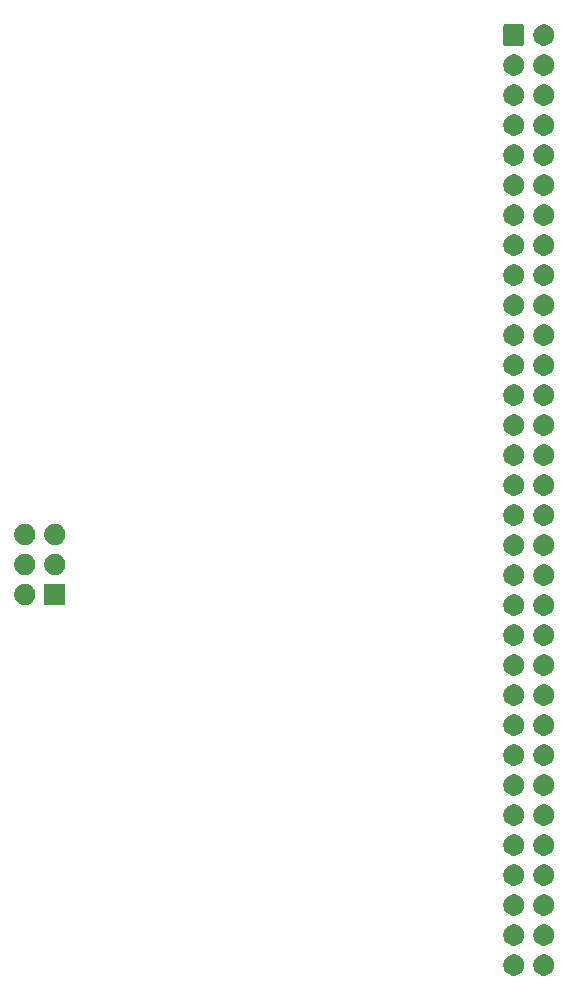
<source format=gbs>
G04 #@! TF.GenerationSoftware,KiCad,Pcbnew,5.1.6-c6e7f7d~86~ubuntu18.04.1*
G04 #@! TF.CreationDate,2020-07-07T21:11:44+12:00*
G04 #@! TF.ProjectId,M1 Control Card,4d312043-6f6e-4747-926f-6c2043617264,rev?*
G04 #@! TF.SameCoordinates,Original*
G04 #@! TF.FileFunction,Soldermask,Bot*
G04 #@! TF.FilePolarity,Negative*
%FSLAX46Y46*%
G04 Gerber Fmt 4.6, Leading zero omitted, Abs format (unit mm)*
G04 Created by KiCad (PCBNEW 5.1.6-c6e7f7d~86~ubuntu18.04.1) date 2020-07-07 21:11:44*
%MOMM*%
%LPD*%
G01*
G04 APERTURE LIST*
%ADD10C,0.100000*%
G04 APERTURE END LIST*
D10*
G36*
X176488512Y-128993927D02*
G01*
X176637812Y-129023624D01*
X176801784Y-129091544D01*
X176949354Y-129190147D01*
X177074853Y-129315646D01*
X177173456Y-129463216D01*
X177241376Y-129627188D01*
X177276000Y-129801259D01*
X177276000Y-129978741D01*
X177241376Y-130152812D01*
X177173456Y-130316784D01*
X177074853Y-130464354D01*
X176949354Y-130589853D01*
X176801784Y-130688456D01*
X176637812Y-130756376D01*
X176488512Y-130786073D01*
X176463742Y-130791000D01*
X176286258Y-130791000D01*
X176261488Y-130786073D01*
X176112188Y-130756376D01*
X175948216Y-130688456D01*
X175800646Y-130589853D01*
X175675147Y-130464354D01*
X175576544Y-130316784D01*
X175508624Y-130152812D01*
X175474000Y-129978741D01*
X175474000Y-129801259D01*
X175508624Y-129627188D01*
X175576544Y-129463216D01*
X175675147Y-129315646D01*
X175800646Y-129190147D01*
X175948216Y-129091544D01*
X176112188Y-129023624D01*
X176261488Y-128993927D01*
X176286258Y-128989000D01*
X176463742Y-128989000D01*
X176488512Y-128993927D01*
G37*
G36*
X173948512Y-128993927D02*
G01*
X174097812Y-129023624D01*
X174261784Y-129091544D01*
X174409354Y-129190147D01*
X174534853Y-129315646D01*
X174633456Y-129463216D01*
X174701376Y-129627188D01*
X174736000Y-129801259D01*
X174736000Y-129978741D01*
X174701376Y-130152812D01*
X174633456Y-130316784D01*
X174534853Y-130464354D01*
X174409354Y-130589853D01*
X174261784Y-130688456D01*
X174097812Y-130756376D01*
X173948512Y-130786073D01*
X173923742Y-130791000D01*
X173746258Y-130791000D01*
X173721488Y-130786073D01*
X173572188Y-130756376D01*
X173408216Y-130688456D01*
X173260646Y-130589853D01*
X173135147Y-130464354D01*
X173036544Y-130316784D01*
X172968624Y-130152812D01*
X172934000Y-129978741D01*
X172934000Y-129801259D01*
X172968624Y-129627188D01*
X173036544Y-129463216D01*
X173135147Y-129315646D01*
X173260646Y-129190147D01*
X173408216Y-129091544D01*
X173572188Y-129023624D01*
X173721488Y-128993927D01*
X173746258Y-128989000D01*
X173923742Y-128989000D01*
X173948512Y-128993927D01*
G37*
G36*
X176488512Y-126453927D02*
G01*
X176637812Y-126483624D01*
X176801784Y-126551544D01*
X176949354Y-126650147D01*
X177074853Y-126775646D01*
X177173456Y-126923216D01*
X177241376Y-127087188D01*
X177276000Y-127261259D01*
X177276000Y-127438741D01*
X177241376Y-127612812D01*
X177173456Y-127776784D01*
X177074853Y-127924354D01*
X176949354Y-128049853D01*
X176801784Y-128148456D01*
X176637812Y-128216376D01*
X176488512Y-128246073D01*
X176463742Y-128251000D01*
X176286258Y-128251000D01*
X176261488Y-128246073D01*
X176112188Y-128216376D01*
X175948216Y-128148456D01*
X175800646Y-128049853D01*
X175675147Y-127924354D01*
X175576544Y-127776784D01*
X175508624Y-127612812D01*
X175474000Y-127438741D01*
X175474000Y-127261259D01*
X175508624Y-127087188D01*
X175576544Y-126923216D01*
X175675147Y-126775646D01*
X175800646Y-126650147D01*
X175948216Y-126551544D01*
X176112188Y-126483624D01*
X176261488Y-126453927D01*
X176286258Y-126449000D01*
X176463742Y-126449000D01*
X176488512Y-126453927D01*
G37*
G36*
X173948512Y-126453927D02*
G01*
X174097812Y-126483624D01*
X174261784Y-126551544D01*
X174409354Y-126650147D01*
X174534853Y-126775646D01*
X174633456Y-126923216D01*
X174701376Y-127087188D01*
X174736000Y-127261259D01*
X174736000Y-127438741D01*
X174701376Y-127612812D01*
X174633456Y-127776784D01*
X174534853Y-127924354D01*
X174409354Y-128049853D01*
X174261784Y-128148456D01*
X174097812Y-128216376D01*
X173948512Y-128246073D01*
X173923742Y-128251000D01*
X173746258Y-128251000D01*
X173721488Y-128246073D01*
X173572188Y-128216376D01*
X173408216Y-128148456D01*
X173260646Y-128049853D01*
X173135147Y-127924354D01*
X173036544Y-127776784D01*
X172968624Y-127612812D01*
X172934000Y-127438741D01*
X172934000Y-127261259D01*
X172968624Y-127087188D01*
X173036544Y-126923216D01*
X173135147Y-126775646D01*
X173260646Y-126650147D01*
X173408216Y-126551544D01*
X173572188Y-126483624D01*
X173721488Y-126453927D01*
X173746258Y-126449000D01*
X173923742Y-126449000D01*
X173948512Y-126453927D01*
G37*
G36*
X173948512Y-123913927D02*
G01*
X174097812Y-123943624D01*
X174261784Y-124011544D01*
X174409354Y-124110147D01*
X174534853Y-124235646D01*
X174633456Y-124383216D01*
X174701376Y-124547188D01*
X174736000Y-124721259D01*
X174736000Y-124898741D01*
X174701376Y-125072812D01*
X174633456Y-125236784D01*
X174534853Y-125384354D01*
X174409354Y-125509853D01*
X174261784Y-125608456D01*
X174097812Y-125676376D01*
X173948512Y-125706073D01*
X173923742Y-125711000D01*
X173746258Y-125711000D01*
X173721488Y-125706073D01*
X173572188Y-125676376D01*
X173408216Y-125608456D01*
X173260646Y-125509853D01*
X173135147Y-125384354D01*
X173036544Y-125236784D01*
X172968624Y-125072812D01*
X172934000Y-124898741D01*
X172934000Y-124721259D01*
X172968624Y-124547188D01*
X173036544Y-124383216D01*
X173135147Y-124235646D01*
X173260646Y-124110147D01*
X173408216Y-124011544D01*
X173572188Y-123943624D01*
X173721488Y-123913927D01*
X173746258Y-123909000D01*
X173923742Y-123909000D01*
X173948512Y-123913927D01*
G37*
G36*
X176488512Y-123913927D02*
G01*
X176637812Y-123943624D01*
X176801784Y-124011544D01*
X176949354Y-124110147D01*
X177074853Y-124235646D01*
X177173456Y-124383216D01*
X177241376Y-124547188D01*
X177276000Y-124721259D01*
X177276000Y-124898741D01*
X177241376Y-125072812D01*
X177173456Y-125236784D01*
X177074853Y-125384354D01*
X176949354Y-125509853D01*
X176801784Y-125608456D01*
X176637812Y-125676376D01*
X176488512Y-125706073D01*
X176463742Y-125711000D01*
X176286258Y-125711000D01*
X176261488Y-125706073D01*
X176112188Y-125676376D01*
X175948216Y-125608456D01*
X175800646Y-125509853D01*
X175675147Y-125384354D01*
X175576544Y-125236784D01*
X175508624Y-125072812D01*
X175474000Y-124898741D01*
X175474000Y-124721259D01*
X175508624Y-124547188D01*
X175576544Y-124383216D01*
X175675147Y-124235646D01*
X175800646Y-124110147D01*
X175948216Y-124011544D01*
X176112188Y-123943624D01*
X176261488Y-123913927D01*
X176286258Y-123909000D01*
X176463742Y-123909000D01*
X176488512Y-123913927D01*
G37*
G36*
X176488512Y-121373927D02*
G01*
X176637812Y-121403624D01*
X176801784Y-121471544D01*
X176949354Y-121570147D01*
X177074853Y-121695646D01*
X177173456Y-121843216D01*
X177241376Y-122007188D01*
X177276000Y-122181259D01*
X177276000Y-122358741D01*
X177241376Y-122532812D01*
X177173456Y-122696784D01*
X177074853Y-122844354D01*
X176949354Y-122969853D01*
X176801784Y-123068456D01*
X176637812Y-123136376D01*
X176488512Y-123166073D01*
X176463742Y-123171000D01*
X176286258Y-123171000D01*
X176261488Y-123166073D01*
X176112188Y-123136376D01*
X175948216Y-123068456D01*
X175800646Y-122969853D01*
X175675147Y-122844354D01*
X175576544Y-122696784D01*
X175508624Y-122532812D01*
X175474000Y-122358741D01*
X175474000Y-122181259D01*
X175508624Y-122007188D01*
X175576544Y-121843216D01*
X175675147Y-121695646D01*
X175800646Y-121570147D01*
X175948216Y-121471544D01*
X176112188Y-121403624D01*
X176261488Y-121373927D01*
X176286258Y-121369000D01*
X176463742Y-121369000D01*
X176488512Y-121373927D01*
G37*
G36*
X173948512Y-121373927D02*
G01*
X174097812Y-121403624D01*
X174261784Y-121471544D01*
X174409354Y-121570147D01*
X174534853Y-121695646D01*
X174633456Y-121843216D01*
X174701376Y-122007188D01*
X174736000Y-122181259D01*
X174736000Y-122358741D01*
X174701376Y-122532812D01*
X174633456Y-122696784D01*
X174534853Y-122844354D01*
X174409354Y-122969853D01*
X174261784Y-123068456D01*
X174097812Y-123136376D01*
X173948512Y-123166073D01*
X173923742Y-123171000D01*
X173746258Y-123171000D01*
X173721488Y-123166073D01*
X173572188Y-123136376D01*
X173408216Y-123068456D01*
X173260646Y-122969853D01*
X173135147Y-122844354D01*
X173036544Y-122696784D01*
X172968624Y-122532812D01*
X172934000Y-122358741D01*
X172934000Y-122181259D01*
X172968624Y-122007188D01*
X173036544Y-121843216D01*
X173135147Y-121695646D01*
X173260646Y-121570147D01*
X173408216Y-121471544D01*
X173572188Y-121403624D01*
X173721488Y-121373927D01*
X173746258Y-121369000D01*
X173923742Y-121369000D01*
X173948512Y-121373927D01*
G37*
G36*
X173948512Y-118833927D02*
G01*
X174097812Y-118863624D01*
X174261784Y-118931544D01*
X174409354Y-119030147D01*
X174534853Y-119155646D01*
X174633456Y-119303216D01*
X174701376Y-119467188D01*
X174736000Y-119641259D01*
X174736000Y-119818741D01*
X174701376Y-119992812D01*
X174633456Y-120156784D01*
X174534853Y-120304354D01*
X174409354Y-120429853D01*
X174261784Y-120528456D01*
X174097812Y-120596376D01*
X173948512Y-120626073D01*
X173923742Y-120631000D01*
X173746258Y-120631000D01*
X173721488Y-120626073D01*
X173572188Y-120596376D01*
X173408216Y-120528456D01*
X173260646Y-120429853D01*
X173135147Y-120304354D01*
X173036544Y-120156784D01*
X172968624Y-119992812D01*
X172934000Y-119818741D01*
X172934000Y-119641259D01*
X172968624Y-119467188D01*
X173036544Y-119303216D01*
X173135147Y-119155646D01*
X173260646Y-119030147D01*
X173408216Y-118931544D01*
X173572188Y-118863624D01*
X173721488Y-118833927D01*
X173746258Y-118829000D01*
X173923742Y-118829000D01*
X173948512Y-118833927D01*
G37*
G36*
X176488512Y-118833927D02*
G01*
X176637812Y-118863624D01*
X176801784Y-118931544D01*
X176949354Y-119030147D01*
X177074853Y-119155646D01*
X177173456Y-119303216D01*
X177241376Y-119467188D01*
X177276000Y-119641259D01*
X177276000Y-119818741D01*
X177241376Y-119992812D01*
X177173456Y-120156784D01*
X177074853Y-120304354D01*
X176949354Y-120429853D01*
X176801784Y-120528456D01*
X176637812Y-120596376D01*
X176488512Y-120626073D01*
X176463742Y-120631000D01*
X176286258Y-120631000D01*
X176261488Y-120626073D01*
X176112188Y-120596376D01*
X175948216Y-120528456D01*
X175800646Y-120429853D01*
X175675147Y-120304354D01*
X175576544Y-120156784D01*
X175508624Y-119992812D01*
X175474000Y-119818741D01*
X175474000Y-119641259D01*
X175508624Y-119467188D01*
X175576544Y-119303216D01*
X175675147Y-119155646D01*
X175800646Y-119030147D01*
X175948216Y-118931544D01*
X176112188Y-118863624D01*
X176261488Y-118833927D01*
X176286258Y-118829000D01*
X176463742Y-118829000D01*
X176488512Y-118833927D01*
G37*
G36*
X176488512Y-116293927D02*
G01*
X176637812Y-116323624D01*
X176801784Y-116391544D01*
X176949354Y-116490147D01*
X177074853Y-116615646D01*
X177173456Y-116763216D01*
X177241376Y-116927188D01*
X177276000Y-117101259D01*
X177276000Y-117278741D01*
X177241376Y-117452812D01*
X177173456Y-117616784D01*
X177074853Y-117764354D01*
X176949354Y-117889853D01*
X176801784Y-117988456D01*
X176637812Y-118056376D01*
X176488512Y-118086073D01*
X176463742Y-118091000D01*
X176286258Y-118091000D01*
X176261488Y-118086073D01*
X176112188Y-118056376D01*
X175948216Y-117988456D01*
X175800646Y-117889853D01*
X175675147Y-117764354D01*
X175576544Y-117616784D01*
X175508624Y-117452812D01*
X175474000Y-117278741D01*
X175474000Y-117101259D01*
X175508624Y-116927188D01*
X175576544Y-116763216D01*
X175675147Y-116615646D01*
X175800646Y-116490147D01*
X175948216Y-116391544D01*
X176112188Y-116323624D01*
X176261488Y-116293927D01*
X176286258Y-116289000D01*
X176463742Y-116289000D01*
X176488512Y-116293927D01*
G37*
G36*
X173948512Y-116293927D02*
G01*
X174097812Y-116323624D01*
X174261784Y-116391544D01*
X174409354Y-116490147D01*
X174534853Y-116615646D01*
X174633456Y-116763216D01*
X174701376Y-116927188D01*
X174736000Y-117101259D01*
X174736000Y-117278741D01*
X174701376Y-117452812D01*
X174633456Y-117616784D01*
X174534853Y-117764354D01*
X174409354Y-117889853D01*
X174261784Y-117988456D01*
X174097812Y-118056376D01*
X173948512Y-118086073D01*
X173923742Y-118091000D01*
X173746258Y-118091000D01*
X173721488Y-118086073D01*
X173572188Y-118056376D01*
X173408216Y-117988456D01*
X173260646Y-117889853D01*
X173135147Y-117764354D01*
X173036544Y-117616784D01*
X172968624Y-117452812D01*
X172934000Y-117278741D01*
X172934000Y-117101259D01*
X172968624Y-116927188D01*
X173036544Y-116763216D01*
X173135147Y-116615646D01*
X173260646Y-116490147D01*
X173408216Y-116391544D01*
X173572188Y-116323624D01*
X173721488Y-116293927D01*
X173746258Y-116289000D01*
X173923742Y-116289000D01*
X173948512Y-116293927D01*
G37*
G36*
X173948512Y-113753927D02*
G01*
X174097812Y-113783624D01*
X174261784Y-113851544D01*
X174409354Y-113950147D01*
X174534853Y-114075646D01*
X174633456Y-114223216D01*
X174701376Y-114387188D01*
X174736000Y-114561259D01*
X174736000Y-114738741D01*
X174701376Y-114912812D01*
X174633456Y-115076784D01*
X174534853Y-115224354D01*
X174409354Y-115349853D01*
X174261784Y-115448456D01*
X174097812Y-115516376D01*
X173948512Y-115546073D01*
X173923742Y-115551000D01*
X173746258Y-115551000D01*
X173721488Y-115546073D01*
X173572188Y-115516376D01*
X173408216Y-115448456D01*
X173260646Y-115349853D01*
X173135147Y-115224354D01*
X173036544Y-115076784D01*
X172968624Y-114912812D01*
X172934000Y-114738741D01*
X172934000Y-114561259D01*
X172968624Y-114387188D01*
X173036544Y-114223216D01*
X173135147Y-114075646D01*
X173260646Y-113950147D01*
X173408216Y-113851544D01*
X173572188Y-113783624D01*
X173721488Y-113753927D01*
X173746258Y-113749000D01*
X173923742Y-113749000D01*
X173948512Y-113753927D01*
G37*
G36*
X176488512Y-113753927D02*
G01*
X176637812Y-113783624D01*
X176801784Y-113851544D01*
X176949354Y-113950147D01*
X177074853Y-114075646D01*
X177173456Y-114223216D01*
X177241376Y-114387188D01*
X177276000Y-114561259D01*
X177276000Y-114738741D01*
X177241376Y-114912812D01*
X177173456Y-115076784D01*
X177074853Y-115224354D01*
X176949354Y-115349853D01*
X176801784Y-115448456D01*
X176637812Y-115516376D01*
X176488512Y-115546073D01*
X176463742Y-115551000D01*
X176286258Y-115551000D01*
X176261488Y-115546073D01*
X176112188Y-115516376D01*
X175948216Y-115448456D01*
X175800646Y-115349853D01*
X175675147Y-115224354D01*
X175576544Y-115076784D01*
X175508624Y-114912812D01*
X175474000Y-114738741D01*
X175474000Y-114561259D01*
X175508624Y-114387188D01*
X175576544Y-114223216D01*
X175675147Y-114075646D01*
X175800646Y-113950147D01*
X175948216Y-113851544D01*
X176112188Y-113783624D01*
X176261488Y-113753927D01*
X176286258Y-113749000D01*
X176463742Y-113749000D01*
X176488512Y-113753927D01*
G37*
G36*
X173948512Y-111213927D02*
G01*
X174097812Y-111243624D01*
X174261784Y-111311544D01*
X174409354Y-111410147D01*
X174534853Y-111535646D01*
X174633456Y-111683216D01*
X174701376Y-111847188D01*
X174736000Y-112021259D01*
X174736000Y-112198741D01*
X174701376Y-112372812D01*
X174633456Y-112536784D01*
X174534853Y-112684354D01*
X174409354Y-112809853D01*
X174261784Y-112908456D01*
X174097812Y-112976376D01*
X173948512Y-113006073D01*
X173923742Y-113011000D01*
X173746258Y-113011000D01*
X173721488Y-113006073D01*
X173572188Y-112976376D01*
X173408216Y-112908456D01*
X173260646Y-112809853D01*
X173135147Y-112684354D01*
X173036544Y-112536784D01*
X172968624Y-112372812D01*
X172934000Y-112198741D01*
X172934000Y-112021259D01*
X172968624Y-111847188D01*
X173036544Y-111683216D01*
X173135147Y-111535646D01*
X173260646Y-111410147D01*
X173408216Y-111311544D01*
X173572188Y-111243624D01*
X173721488Y-111213927D01*
X173746258Y-111209000D01*
X173923742Y-111209000D01*
X173948512Y-111213927D01*
G37*
G36*
X176488512Y-111213927D02*
G01*
X176637812Y-111243624D01*
X176801784Y-111311544D01*
X176949354Y-111410147D01*
X177074853Y-111535646D01*
X177173456Y-111683216D01*
X177241376Y-111847188D01*
X177276000Y-112021259D01*
X177276000Y-112198741D01*
X177241376Y-112372812D01*
X177173456Y-112536784D01*
X177074853Y-112684354D01*
X176949354Y-112809853D01*
X176801784Y-112908456D01*
X176637812Y-112976376D01*
X176488512Y-113006073D01*
X176463742Y-113011000D01*
X176286258Y-113011000D01*
X176261488Y-113006073D01*
X176112188Y-112976376D01*
X175948216Y-112908456D01*
X175800646Y-112809853D01*
X175675147Y-112684354D01*
X175576544Y-112536784D01*
X175508624Y-112372812D01*
X175474000Y-112198741D01*
X175474000Y-112021259D01*
X175508624Y-111847188D01*
X175576544Y-111683216D01*
X175675147Y-111535646D01*
X175800646Y-111410147D01*
X175948216Y-111311544D01*
X176112188Y-111243624D01*
X176261488Y-111213927D01*
X176286258Y-111209000D01*
X176463742Y-111209000D01*
X176488512Y-111213927D01*
G37*
G36*
X173948512Y-108673927D02*
G01*
X174097812Y-108703624D01*
X174261784Y-108771544D01*
X174409354Y-108870147D01*
X174534853Y-108995646D01*
X174633456Y-109143216D01*
X174701376Y-109307188D01*
X174736000Y-109481259D01*
X174736000Y-109658741D01*
X174701376Y-109832812D01*
X174633456Y-109996784D01*
X174534853Y-110144354D01*
X174409354Y-110269853D01*
X174261784Y-110368456D01*
X174097812Y-110436376D01*
X173948512Y-110466073D01*
X173923742Y-110471000D01*
X173746258Y-110471000D01*
X173721488Y-110466073D01*
X173572188Y-110436376D01*
X173408216Y-110368456D01*
X173260646Y-110269853D01*
X173135147Y-110144354D01*
X173036544Y-109996784D01*
X172968624Y-109832812D01*
X172934000Y-109658741D01*
X172934000Y-109481259D01*
X172968624Y-109307188D01*
X173036544Y-109143216D01*
X173135147Y-108995646D01*
X173260646Y-108870147D01*
X173408216Y-108771544D01*
X173572188Y-108703624D01*
X173721488Y-108673927D01*
X173746258Y-108669000D01*
X173923742Y-108669000D01*
X173948512Y-108673927D01*
G37*
G36*
X176488512Y-108673927D02*
G01*
X176637812Y-108703624D01*
X176801784Y-108771544D01*
X176949354Y-108870147D01*
X177074853Y-108995646D01*
X177173456Y-109143216D01*
X177241376Y-109307188D01*
X177276000Y-109481259D01*
X177276000Y-109658741D01*
X177241376Y-109832812D01*
X177173456Y-109996784D01*
X177074853Y-110144354D01*
X176949354Y-110269853D01*
X176801784Y-110368456D01*
X176637812Y-110436376D01*
X176488512Y-110466073D01*
X176463742Y-110471000D01*
X176286258Y-110471000D01*
X176261488Y-110466073D01*
X176112188Y-110436376D01*
X175948216Y-110368456D01*
X175800646Y-110269853D01*
X175675147Y-110144354D01*
X175576544Y-109996784D01*
X175508624Y-109832812D01*
X175474000Y-109658741D01*
X175474000Y-109481259D01*
X175508624Y-109307188D01*
X175576544Y-109143216D01*
X175675147Y-108995646D01*
X175800646Y-108870147D01*
X175948216Y-108771544D01*
X176112188Y-108703624D01*
X176261488Y-108673927D01*
X176286258Y-108669000D01*
X176463742Y-108669000D01*
X176488512Y-108673927D01*
G37*
G36*
X176488512Y-106133927D02*
G01*
X176637812Y-106163624D01*
X176801784Y-106231544D01*
X176949354Y-106330147D01*
X177074853Y-106455646D01*
X177173456Y-106603216D01*
X177241376Y-106767188D01*
X177276000Y-106941259D01*
X177276000Y-107118741D01*
X177241376Y-107292812D01*
X177173456Y-107456784D01*
X177074853Y-107604354D01*
X176949354Y-107729853D01*
X176801784Y-107828456D01*
X176637812Y-107896376D01*
X176488512Y-107926073D01*
X176463742Y-107931000D01*
X176286258Y-107931000D01*
X176261488Y-107926073D01*
X176112188Y-107896376D01*
X175948216Y-107828456D01*
X175800646Y-107729853D01*
X175675147Y-107604354D01*
X175576544Y-107456784D01*
X175508624Y-107292812D01*
X175474000Y-107118741D01*
X175474000Y-106941259D01*
X175508624Y-106767188D01*
X175576544Y-106603216D01*
X175675147Y-106455646D01*
X175800646Y-106330147D01*
X175948216Y-106231544D01*
X176112188Y-106163624D01*
X176261488Y-106133927D01*
X176286258Y-106129000D01*
X176463742Y-106129000D01*
X176488512Y-106133927D01*
G37*
G36*
X173948512Y-106133927D02*
G01*
X174097812Y-106163624D01*
X174261784Y-106231544D01*
X174409354Y-106330147D01*
X174534853Y-106455646D01*
X174633456Y-106603216D01*
X174701376Y-106767188D01*
X174736000Y-106941259D01*
X174736000Y-107118741D01*
X174701376Y-107292812D01*
X174633456Y-107456784D01*
X174534853Y-107604354D01*
X174409354Y-107729853D01*
X174261784Y-107828456D01*
X174097812Y-107896376D01*
X173948512Y-107926073D01*
X173923742Y-107931000D01*
X173746258Y-107931000D01*
X173721488Y-107926073D01*
X173572188Y-107896376D01*
X173408216Y-107828456D01*
X173260646Y-107729853D01*
X173135147Y-107604354D01*
X173036544Y-107456784D01*
X172968624Y-107292812D01*
X172934000Y-107118741D01*
X172934000Y-106941259D01*
X172968624Y-106767188D01*
X173036544Y-106603216D01*
X173135147Y-106455646D01*
X173260646Y-106330147D01*
X173408216Y-106231544D01*
X173572188Y-106163624D01*
X173721488Y-106133927D01*
X173746258Y-106129000D01*
X173923742Y-106129000D01*
X173948512Y-106133927D01*
G37*
G36*
X176488512Y-103593927D02*
G01*
X176637812Y-103623624D01*
X176801784Y-103691544D01*
X176949354Y-103790147D01*
X177074853Y-103915646D01*
X177173456Y-104063216D01*
X177241376Y-104227188D01*
X177276000Y-104401259D01*
X177276000Y-104578741D01*
X177241376Y-104752812D01*
X177173456Y-104916784D01*
X177074853Y-105064354D01*
X176949354Y-105189853D01*
X176801784Y-105288456D01*
X176637812Y-105356376D01*
X176488512Y-105386073D01*
X176463742Y-105391000D01*
X176286258Y-105391000D01*
X176261488Y-105386073D01*
X176112188Y-105356376D01*
X175948216Y-105288456D01*
X175800646Y-105189853D01*
X175675147Y-105064354D01*
X175576544Y-104916784D01*
X175508624Y-104752812D01*
X175474000Y-104578741D01*
X175474000Y-104401259D01*
X175508624Y-104227188D01*
X175576544Y-104063216D01*
X175675147Y-103915646D01*
X175800646Y-103790147D01*
X175948216Y-103691544D01*
X176112188Y-103623624D01*
X176261488Y-103593927D01*
X176286258Y-103589000D01*
X176463742Y-103589000D01*
X176488512Y-103593927D01*
G37*
G36*
X173948512Y-103593927D02*
G01*
X174097812Y-103623624D01*
X174261784Y-103691544D01*
X174409354Y-103790147D01*
X174534853Y-103915646D01*
X174633456Y-104063216D01*
X174701376Y-104227188D01*
X174736000Y-104401259D01*
X174736000Y-104578741D01*
X174701376Y-104752812D01*
X174633456Y-104916784D01*
X174534853Y-105064354D01*
X174409354Y-105189853D01*
X174261784Y-105288456D01*
X174097812Y-105356376D01*
X173948512Y-105386073D01*
X173923742Y-105391000D01*
X173746258Y-105391000D01*
X173721488Y-105386073D01*
X173572188Y-105356376D01*
X173408216Y-105288456D01*
X173260646Y-105189853D01*
X173135147Y-105064354D01*
X173036544Y-104916784D01*
X172968624Y-104752812D01*
X172934000Y-104578741D01*
X172934000Y-104401259D01*
X172968624Y-104227188D01*
X173036544Y-104063216D01*
X173135147Y-103915646D01*
X173260646Y-103790147D01*
X173408216Y-103691544D01*
X173572188Y-103623624D01*
X173721488Y-103593927D01*
X173746258Y-103589000D01*
X173923742Y-103589000D01*
X173948512Y-103593927D01*
G37*
G36*
X173948512Y-101053927D02*
G01*
X174097812Y-101083624D01*
X174261784Y-101151544D01*
X174409354Y-101250147D01*
X174534853Y-101375646D01*
X174633456Y-101523216D01*
X174701376Y-101687188D01*
X174736000Y-101861259D01*
X174736000Y-102038741D01*
X174701376Y-102212812D01*
X174633456Y-102376784D01*
X174534853Y-102524354D01*
X174409354Y-102649853D01*
X174261784Y-102748456D01*
X174097812Y-102816376D01*
X173948512Y-102846073D01*
X173923742Y-102851000D01*
X173746258Y-102851000D01*
X173721488Y-102846073D01*
X173572188Y-102816376D01*
X173408216Y-102748456D01*
X173260646Y-102649853D01*
X173135147Y-102524354D01*
X173036544Y-102376784D01*
X172968624Y-102212812D01*
X172934000Y-102038741D01*
X172934000Y-101861259D01*
X172968624Y-101687188D01*
X173036544Y-101523216D01*
X173135147Y-101375646D01*
X173260646Y-101250147D01*
X173408216Y-101151544D01*
X173572188Y-101083624D01*
X173721488Y-101053927D01*
X173746258Y-101049000D01*
X173923742Y-101049000D01*
X173948512Y-101053927D01*
G37*
G36*
X176488512Y-101053927D02*
G01*
X176637812Y-101083624D01*
X176801784Y-101151544D01*
X176949354Y-101250147D01*
X177074853Y-101375646D01*
X177173456Y-101523216D01*
X177241376Y-101687188D01*
X177276000Y-101861259D01*
X177276000Y-102038741D01*
X177241376Y-102212812D01*
X177173456Y-102376784D01*
X177074853Y-102524354D01*
X176949354Y-102649853D01*
X176801784Y-102748456D01*
X176637812Y-102816376D01*
X176488512Y-102846073D01*
X176463742Y-102851000D01*
X176286258Y-102851000D01*
X176261488Y-102846073D01*
X176112188Y-102816376D01*
X175948216Y-102748456D01*
X175800646Y-102649853D01*
X175675147Y-102524354D01*
X175576544Y-102376784D01*
X175508624Y-102212812D01*
X175474000Y-102038741D01*
X175474000Y-101861259D01*
X175508624Y-101687188D01*
X175576544Y-101523216D01*
X175675147Y-101375646D01*
X175800646Y-101250147D01*
X175948216Y-101151544D01*
X176112188Y-101083624D01*
X176261488Y-101053927D01*
X176286258Y-101049000D01*
X176463742Y-101049000D01*
X176488512Y-101053927D01*
G37*
G36*
X173948512Y-98513927D02*
G01*
X174097812Y-98543624D01*
X174261784Y-98611544D01*
X174409354Y-98710147D01*
X174534853Y-98835646D01*
X174633456Y-98983216D01*
X174701376Y-99147188D01*
X174731073Y-99296488D01*
X174735642Y-99319456D01*
X174736000Y-99321259D01*
X174736000Y-99498741D01*
X174701376Y-99672812D01*
X174633456Y-99836784D01*
X174534853Y-99984354D01*
X174409354Y-100109853D01*
X174261784Y-100208456D01*
X174097812Y-100276376D01*
X173948512Y-100306073D01*
X173923742Y-100311000D01*
X173746258Y-100311000D01*
X173721488Y-100306073D01*
X173572188Y-100276376D01*
X173408216Y-100208456D01*
X173260646Y-100109853D01*
X173135147Y-99984354D01*
X173036544Y-99836784D01*
X172968624Y-99672812D01*
X172934000Y-99498741D01*
X172934000Y-99321259D01*
X172934359Y-99319456D01*
X172938927Y-99296488D01*
X172968624Y-99147188D01*
X173036544Y-98983216D01*
X173135147Y-98835646D01*
X173260646Y-98710147D01*
X173408216Y-98611544D01*
X173572188Y-98543624D01*
X173721488Y-98513927D01*
X173746258Y-98509000D01*
X173923742Y-98509000D01*
X173948512Y-98513927D01*
G37*
G36*
X176488512Y-98513927D02*
G01*
X176637812Y-98543624D01*
X176801784Y-98611544D01*
X176949354Y-98710147D01*
X177074853Y-98835646D01*
X177173456Y-98983216D01*
X177241376Y-99147188D01*
X177271073Y-99296488D01*
X177275642Y-99319456D01*
X177276000Y-99321259D01*
X177276000Y-99498741D01*
X177241376Y-99672812D01*
X177173456Y-99836784D01*
X177074853Y-99984354D01*
X176949354Y-100109853D01*
X176801784Y-100208456D01*
X176637812Y-100276376D01*
X176488512Y-100306073D01*
X176463742Y-100311000D01*
X176286258Y-100311000D01*
X176261488Y-100306073D01*
X176112188Y-100276376D01*
X175948216Y-100208456D01*
X175800646Y-100109853D01*
X175675147Y-99984354D01*
X175576544Y-99836784D01*
X175508624Y-99672812D01*
X175474000Y-99498741D01*
X175474000Y-99321259D01*
X175474359Y-99319456D01*
X175478927Y-99296488D01*
X175508624Y-99147188D01*
X175576544Y-98983216D01*
X175675147Y-98835646D01*
X175800646Y-98710147D01*
X175948216Y-98611544D01*
X176112188Y-98543624D01*
X176261488Y-98513927D01*
X176286258Y-98509000D01*
X176463742Y-98509000D01*
X176488512Y-98513927D01*
G37*
G36*
X135873000Y-99422000D02*
G01*
X134071000Y-99422000D01*
X134071000Y-97620000D01*
X135873000Y-97620000D01*
X135873000Y-99422000D01*
G37*
G36*
X132545512Y-97624927D02*
G01*
X132694812Y-97654624D01*
X132858784Y-97722544D01*
X133006354Y-97821147D01*
X133131853Y-97946646D01*
X133230456Y-98094216D01*
X133298376Y-98258188D01*
X133328073Y-98407488D01*
X133333000Y-98432258D01*
X133333000Y-98609742D01*
X133328073Y-98634512D01*
X133298376Y-98783812D01*
X133230456Y-98947784D01*
X133131853Y-99095354D01*
X133006354Y-99220853D01*
X132858784Y-99319456D01*
X132694812Y-99387376D01*
X132545512Y-99417073D01*
X132520742Y-99422000D01*
X132343258Y-99422000D01*
X132318488Y-99417073D01*
X132169188Y-99387376D01*
X132005216Y-99319456D01*
X131857646Y-99220853D01*
X131732147Y-99095354D01*
X131633544Y-98947784D01*
X131565624Y-98783812D01*
X131535927Y-98634512D01*
X131531000Y-98609742D01*
X131531000Y-98432258D01*
X131535927Y-98407488D01*
X131565624Y-98258188D01*
X131633544Y-98094216D01*
X131732147Y-97946646D01*
X131857646Y-97821147D01*
X132005216Y-97722544D01*
X132169188Y-97654624D01*
X132318488Y-97624927D01*
X132343258Y-97620000D01*
X132520742Y-97620000D01*
X132545512Y-97624927D01*
G37*
G36*
X176488512Y-95973927D02*
G01*
X176637812Y-96003624D01*
X176801784Y-96071544D01*
X176949354Y-96170147D01*
X177074853Y-96295646D01*
X177173456Y-96443216D01*
X177241376Y-96607188D01*
X177271073Y-96756488D01*
X177275642Y-96779456D01*
X177276000Y-96781259D01*
X177276000Y-96958741D01*
X177241376Y-97132812D01*
X177173456Y-97296784D01*
X177074853Y-97444354D01*
X176949354Y-97569853D01*
X176801784Y-97668456D01*
X176637812Y-97736376D01*
X176488512Y-97766073D01*
X176463742Y-97771000D01*
X176286258Y-97771000D01*
X176261488Y-97766073D01*
X176112188Y-97736376D01*
X175948216Y-97668456D01*
X175800646Y-97569853D01*
X175675147Y-97444354D01*
X175576544Y-97296784D01*
X175508624Y-97132812D01*
X175474000Y-96958741D01*
X175474000Y-96781259D01*
X175474359Y-96779456D01*
X175478927Y-96756488D01*
X175508624Y-96607188D01*
X175576544Y-96443216D01*
X175675147Y-96295646D01*
X175800646Y-96170147D01*
X175948216Y-96071544D01*
X176112188Y-96003624D01*
X176261488Y-95973927D01*
X176286258Y-95969000D01*
X176463742Y-95969000D01*
X176488512Y-95973927D01*
G37*
G36*
X173948512Y-95973927D02*
G01*
X174097812Y-96003624D01*
X174261784Y-96071544D01*
X174409354Y-96170147D01*
X174534853Y-96295646D01*
X174633456Y-96443216D01*
X174701376Y-96607188D01*
X174731073Y-96756488D01*
X174735642Y-96779456D01*
X174736000Y-96781259D01*
X174736000Y-96958741D01*
X174701376Y-97132812D01*
X174633456Y-97296784D01*
X174534853Y-97444354D01*
X174409354Y-97569853D01*
X174261784Y-97668456D01*
X174097812Y-97736376D01*
X173948512Y-97766073D01*
X173923742Y-97771000D01*
X173746258Y-97771000D01*
X173721488Y-97766073D01*
X173572188Y-97736376D01*
X173408216Y-97668456D01*
X173260646Y-97569853D01*
X173135147Y-97444354D01*
X173036544Y-97296784D01*
X172968624Y-97132812D01*
X172934000Y-96958741D01*
X172934000Y-96781259D01*
X172934359Y-96779456D01*
X172938927Y-96756488D01*
X172968624Y-96607188D01*
X173036544Y-96443216D01*
X173135147Y-96295646D01*
X173260646Y-96170147D01*
X173408216Y-96071544D01*
X173572188Y-96003624D01*
X173721488Y-95973927D01*
X173746258Y-95969000D01*
X173923742Y-95969000D01*
X173948512Y-95973927D01*
G37*
G36*
X135085512Y-95084927D02*
G01*
X135234812Y-95114624D01*
X135398784Y-95182544D01*
X135546354Y-95281147D01*
X135671853Y-95406646D01*
X135770456Y-95554216D01*
X135838376Y-95718188D01*
X135868073Y-95867488D01*
X135873000Y-95892258D01*
X135873000Y-96069742D01*
X135868073Y-96094512D01*
X135838376Y-96243812D01*
X135770456Y-96407784D01*
X135671853Y-96555354D01*
X135546354Y-96680853D01*
X135398784Y-96779456D01*
X135234812Y-96847376D01*
X135085512Y-96877073D01*
X135060742Y-96882000D01*
X134883258Y-96882000D01*
X134858488Y-96877073D01*
X134709188Y-96847376D01*
X134545216Y-96779456D01*
X134397646Y-96680853D01*
X134272147Y-96555354D01*
X134173544Y-96407784D01*
X134105624Y-96243812D01*
X134075927Y-96094512D01*
X134071000Y-96069742D01*
X134071000Y-95892258D01*
X134075927Y-95867488D01*
X134105624Y-95718188D01*
X134173544Y-95554216D01*
X134272147Y-95406646D01*
X134397646Y-95281147D01*
X134545216Y-95182544D01*
X134709188Y-95114624D01*
X134858488Y-95084927D01*
X134883258Y-95080000D01*
X135060742Y-95080000D01*
X135085512Y-95084927D01*
G37*
G36*
X132545512Y-95084927D02*
G01*
X132694812Y-95114624D01*
X132858784Y-95182544D01*
X133006354Y-95281147D01*
X133131853Y-95406646D01*
X133230456Y-95554216D01*
X133298376Y-95718188D01*
X133328073Y-95867488D01*
X133333000Y-95892258D01*
X133333000Y-96069742D01*
X133328073Y-96094512D01*
X133298376Y-96243812D01*
X133230456Y-96407784D01*
X133131853Y-96555354D01*
X133006354Y-96680853D01*
X132858784Y-96779456D01*
X132694812Y-96847376D01*
X132545512Y-96877073D01*
X132520742Y-96882000D01*
X132343258Y-96882000D01*
X132318488Y-96877073D01*
X132169188Y-96847376D01*
X132005216Y-96779456D01*
X131857646Y-96680853D01*
X131732147Y-96555354D01*
X131633544Y-96407784D01*
X131565624Y-96243812D01*
X131535927Y-96094512D01*
X131531000Y-96069742D01*
X131531000Y-95892258D01*
X131535927Y-95867488D01*
X131565624Y-95718188D01*
X131633544Y-95554216D01*
X131732147Y-95406646D01*
X131857646Y-95281147D01*
X132005216Y-95182544D01*
X132169188Y-95114624D01*
X132318488Y-95084927D01*
X132343258Y-95080000D01*
X132520742Y-95080000D01*
X132545512Y-95084927D01*
G37*
G36*
X173948512Y-93433927D02*
G01*
X174097812Y-93463624D01*
X174261784Y-93531544D01*
X174409354Y-93630147D01*
X174534853Y-93755646D01*
X174633456Y-93903216D01*
X174701376Y-94067188D01*
X174731073Y-94216488D01*
X174735642Y-94239456D01*
X174736000Y-94241259D01*
X174736000Y-94418741D01*
X174701376Y-94592812D01*
X174633456Y-94756784D01*
X174534853Y-94904354D01*
X174409354Y-95029853D01*
X174261784Y-95128456D01*
X174097812Y-95196376D01*
X173948512Y-95226073D01*
X173923742Y-95231000D01*
X173746258Y-95231000D01*
X173721488Y-95226073D01*
X173572188Y-95196376D01*
X173408216Y-95128456D01*
X173260646Y-95029853D01*
X173135147Y-94904354D01*
X173036544Y-94756784D01*
X172968624Y-94592812D01*
X172934000Y-94418741D01*
X172934000Y-94241259D01*
X172934359Y-94239456D01*
X172938927Y-94216488D01*
X172968624Y-94067188D01*
X173036544Y-93903216D01*
X173135147Y-93755646D01*
X173260646Y-93630147D01*
X173408216Y-93531544D01*
X173572188Y-93463624D01*
X173721488Y-93433927D01*
X173746258Y-93429000D01*
X173923742Y-93429000D01*
X173948512Y-93433927D01*
G37*
G36*
X176488512Y-93433927D02*
G01*
X176637812Y-93463624D01*
X176801784Y-93531544D01*
X176949354Y-93630147D01*
X177074853Y-93755646D01*
X177173456Y-93903216D01*
X177241376Y-94067188D01*
X177271073Y-94216488D01*
X177275642Y-94239456D01*
X177276000Y-94241259D01*
X177276000Y-94418741D01*
X177241376Y-94592812D01*
X177173456Y-94756784D01*
X177074853Y-94904354D01*
X176949354Y-95029853D01*
X176801784Y-95128456D01*
X176637812Y-95196376D01*
X176488512Y-95226073D01*
X176463742Y-95231000D01*
X176286258Y-95231000D01*
X176261488Y-95226073D01*
X176112188Y-95196376D01*
X175948216Y-95128456D01*
X175800646Y-95029853D01*
X175675147Y-94904354D01*
X175576544Y-94756784D01*
X175508624Y-94592812D01*
X175474000Y-94418741D01*
X175474000Y-94241259D01*
X175474359Y-94239456D01*
X175478927Y-94216488D01*
X175508624Y-94067188D01*
X175576544Y-93903216D01*
X175675147Y-93755646D01*
X175800646Y-93630147D01*
X175948216Y-93531544D01*
X176112188Y-93463624D01*
X176261488Y-93433927D01*
X176286258Y-93429000D01*
X176463742Y-93429000D01*
X176488512Y-93433927D01*
G37*
G36*
X132545512Y-92544927D02*
G01*
X132694812Y-92574624D01*
X132858784Y-92642544D01*
X133006354Y-92741147D01*
X133131853Y-92866646D01*
X133230456Y-93014216D01*
X133298376Y-93178188D01*
X133328073Y-93327488D01*
X133333000Y-93352258D01*
X133333000Y-93529742D01*
X133328073Y-93554512D01*
X133298376Y-93703812D01*
X133230456Y-93867784D01*
X133131853Y-94015354D01*
X133006354Y-94140853D01*
X132858784Y-94239456D01*
X132694812Y-94307376D01*
X132545512Y-94337073D01*
X132520742Y-94342000D01*
X132343258Y-94342000D01*
X132318488Y-94337073D01*
X132169188Y-94307376D01*
X132005216Y-94239456D01*
X131857646Y-94140853D01*
X131732147Y-94015354D01*
X131633544Y-93867784D01*
X131565624Y-93703812D01*
X131535927Y-93554512D01*
X131531000Y-93529742D01*
X131531000Y-93352258D01*
X131535927Y-93327488D01*
X131565624Y-93178188D01*
X131633544Y-93014216D01*
X131732147Y-92866646D01*
X131857646Y-92741147D01*
X132005216Y-92642544D01*
X132169188Y-92574624D01*
X132318488Y-92544927D01*
X132343258Y-92540000D01*
X132520742Y-92540000D01*
X132545512Y-92544927D01*
G37*
G36*
X135085512Y-92544927D02*
G01*
X135234812Y-92574624D01*
X135398784Y-92642544D01*
X135546354Y-92741147D01*
X135671853Y-92866646D01*
X135770456Y-93014216D01*
X135838376Y-93178188D01*
X135868073Y-93327488D01*
X135873000Y-93352258D01*
X135873000Y-93529742D01*
X135868073Y-93554512D01*
X135838376Y-93703812D01*
X135770456Y-93867784D01*
X135671853Y-94015354D01*
X135546354Y-94140853D01*
X135398784Y-94239456D01*
X135234812Y-94307376D01*
X135085512Y-94337073D01*
X135060742Y-94342000D01*
X134883258Y-94342000D01*
X134858488Y-94337073D01*
X134709188Y-94307376D01*
X134545216Y-94239456D01*
X134397646Y-94140853D01*
X134272147Y-94015354D01*
X134173544Y-93867784D01*
X134105624Y-93703812D01*
X134075927Y-93554512D01*
X134071000Y-93529742D01*
X134071000Y-93352258D01*
X134075927Y-93327488D01*
X134105624Y-93178188D01*
X134173544Y-93014216D01*
X134272147Y-92866646D01*
X134397646Y-92741147D01*
X134545216Y-92642544D01*
X134709188Y-92574624D01*
X134858488Y-92544927D01*
X134883258Y-92540000D01*
X135060742Y-92540000D01*
X135085512Y-92544927D01*
G37*
G36*
X176488512Y-90893927D02*
G01*
X176637812Y-90923624D01*
X176801784Y-90991544D01*
X176949354Y-91090147D01*
X177074853Y-91215646D01*
X177173456Y-91363216D01*
X177241376Y-91527188D01*
X177276000Y-91701259D01*
X177276000Y-91878741D01*
X177241376Y-92052812D01*
X177173456Y-92216784D01*
X177074853Y-92364354D01*
X176949354Y-92489853D01*
X176801784Y-92588456D01*
X176637812Y-92656376D01*
X176488512Y-92686073D01*
X176463742Y-92691000D01*
X176286258Y-92691000D01*
X176261488Y-92686073D01*
X176112188Y-92656376D01*
X175948216Y-92588456D01*
X175800646Y-92489853D01*
X175675147Y-92364354D01*
X175576544Y-92216784D01*
X175508624Y-92052812D01*
X175474000Y-91878741D01*
X175474000Y-91701259D01*
X175508624Y-91527188D01*
X175576544Y-91363216D01*
X175675147Y-91215646D01*
X175800646Y-91090147D01*
X175948216Y-90991544D01*
X176112188Y-90923624D01*
X176261488Y-90893927D01*
X176286258Y-90889000D01*
X176463742Y-90889000D01*
X176488512Y-90893927D01*
G37*
G36*
X173948512Y-90893927D02*
G01*
X174097812Y-90923624D01*
X174261784Y-90991544D01*
X174409354Y-91090147D01*
X174534853Y-91215646D01*
X174633456Y-91363216D01*
X174701376Y-91527188D01*
X174736000Y-91701259D01*
X174736000Y-91878741D01*
X174701376Y-92052812D01*
X174633456Y-92216784D01*
X174534853Y-92364354D01*
X174409354Y-92489853D01*
X174261784Y-92588456D01*
X174097812Y-92656376D01*
X173948512Y-92686073D01*
X173923742Y-92691000D01*
X173746258Y-92691000D01*
X173721488Y-92686073D01*
X173572188Y-92656376D01*
X173408216Y-92588456D01*
X173260646Y-92489853D01*
X173135147Y-92364354D01*
X173036544Y-92216784D01*
X172968624Y-92052812D01*
X172934000Y-91878741D01*
X172934000Y-91701259D01*
X172968624Y-91527188D01*
X173036544Y-91363216D01*
X173135147Y-91215646D01*
X173260646Y-91090147D01*
X173408216Y-90991544D01*
X173572188Y-90923624D01*
X173721488Y-90893927D01*
X173746258Y-90889000D01*
X173923742Y-90889000D01*
X173948512Y-90893927D01*
G37*
G36*
X176488512Y-88353927D02*
G01*
X176637812Y-88383624D01*
X176801784Y-88451544D01*
X176949354Y-88550147D01*
X177074853Y-88675646D01*
X177173456Y-88823216D01*
X177241376Y-88987188D01*
X177276000Y-89161259D01*
X177276000Y-89338741D01*
X177241376Y-89512812D01*
X177173456Y-89676784D01*
X177074853Y-89824354D01*
X176949354Y-89949853D01*
X176801784Y-90048456D01*
X176637812Y-90116376D01*
X176488512Y-90146073D01*
X176463742Y-90151000D01*
X176286258Y-90151000D01*
X176261488Y-90146073D01*
X176112188Y-90116376D01*
X175948216Y-90048456D01*
X175800646Y-89949853D01*
X175675147Y-89824354D01*
X175576544Y-89676784D01*
X175508624Y-89512812D01*
X175474000Y-89338741D01*
X175474000Y-89161259D01*
X175508624Y-88987188D01*
X175576544Y-88823216D01*
X175675147Y-88675646D01*
X175800646Y-88550147D01*
X175948216Y-88451544D01*
X176112188Y-88383624D01*
X176261488Y-88353927D01*
X176286258Y-88349000D01*
X176463742Y-88349000D01*
X176488512Y-88353927D01*
G37*
G36*
X173948512Y-88353927D02*
G01*
X174097812Y-88383624D01*
X174261784Y-88451544D01*
X174409354Y-88550147D01*
X174534853Y-88675646D01*
X174633456Y-88823216D01*
X174701376Y-88987188D01*
X174736000Y-89161259D01*
X174736000Y-89338741D01*
X174701376Y-89512812D01*
X174633456Y-89676784D01*
X174534853Y-89824354D01*
X174409354Y-89949853D01*
X174261784Y-90048456D01*
X174097812Y-90116376D01*
X173948512Y-90146073D01*
X173923742Y-90151000D01*
X173746258Y-90151000D01*
X173721488Y-90146073D01*
X173572188Y-90116376D01*
X173408216Y-90048456D01*
X173260646Y-89949853D01*
X173135147Y-89824354D01*
X173036544Y-89676784D01*
X172968624Y-89512812D01*
X172934000Y-89338741D01*
X172934000Y-89161259D01*
X172968624Y-88987188D01*
X173036544Y-88823216D01*
X173135147Y-88675646D01*
X173260646Y-88550147D01*
X173408216Y-88451544D01*
X173572188Y-88383624D01*
X173721488Y-88353927D01*
X173746258Y-88349000D01*
X173923742Y-88349000D01*
X173948512Y-88353927D01*
G37*
G36*
X173948512Y-85813927D02*
G01*
X174097812Y-85843624D01*
X174261784Y-85911544D01*
X174409354Y-86010147D01*
X174534853Y-86135646D01*
X174633456Y-86283216D01*
X174701376Y-86447188D01*
X174736000Y-86621259D01*
X174736000Y-86798741D01*
X174701376Y-86972812D01*
X174633456Y-87136784D01*
X174534853Y-87284354D01*
X174409354Y-87409853D01*
X174261784Y-87508456D01*
X174097812Y-87576376D01*
X173948512Y-87606073D01*
X173923742Y-87611000D01*
X173746258Y-87611000D01*
X173721488Y-87606073D01*
X173572188Y-87576376D01*
X173408216Y-87508456D01*
X173260646Y-87409853D01*
X173135147Y-87284354D01*
X173036544Y-87136784D01*
X172968624Y-86972812D01*
X172934000Y-86798741D01*
X172934000Y-86621259D01*
X172968624Y-86447188D01*
X173036544Y-86283216D01*
X173135147Y-86135646D01*
X173260646Y-86010147D01*
X173408216Y-85911544D01*
X173572188Y-85843624D01*
X173721488Y-85813927D01*
X173746258Y-85809000D01*
X173923742Y-85809000D01*
X173948512Y-85813927D01*
G37*
G36*
X176488512Y-85813927D02*
G01*
X176637812Y-85843624D01*
X176801784Y-85911544D01*
X176949354Y-86010147D01*
X177074853Y-86135646D01*
X177173456Y-86283216D01*
X177241376Y-86447188D01*
X177276000Y-86621259D01*
X177276000Y-86798741D01*
X177241376Y-86972812D01*
X177173456Y-87136784D01*
X177074853Y-87284354D01*
X176949354Y-87409853D01*
X176801784Y-87508456D01*
X176637812Y-87576376D01*
X176488512Y-87606073D01*
X176463742Y-87611000D01*
X176286258Y-87611000D01*
X176261488Y-87606073D01*
X176112188Y-87576376D01*
X175948216Y-87508456D01*
X175800646Y-87409853D01*
X175675147Y-87284354D01*
X175576544Y-87136784D01*
X175508624Y-86972812D01*
X175474000Y-86798741D01*
X175474000Y-86621259D01*
X175508624Y-86447188D01*
X175576544Y-86283216D01*
X175675147Y-86135646D01*
X175800646Y-86010147D01*
X175948216Y-85911544D01*
X176112188Y-85843624D01*
X176261488Y-85813927D01*
X176286258Y-85809000D01*
X176463742Y-85809000D01*
X176488512Y-85813927D01*
G37*
G36*
X173948512Y-83273927D02*
G01*
X174097812Y-83303624D01*
X174261784Y-83371544D01*
X174409354Y-83470147D01*
X174534853Y-83595646D01*
X174633456Y-83743216D01*
X174701376Y-83907188D01*
X174736000Y-84081259D01*
X174736000Y-84258741D01*
X174701376Y-84432812D01*
X174633456Y-84596784D01*
X174534853Y-84744354D01*
X174409354Y-84869853D01*
X174261784Y-84968456D01*
X174097812Y-85036376D01*
X173948512Y-85066073D01*
X173923742Y-85071000D01*
X173746258Y-85071000D01*
X173721488Y-85066073D01*
X173572188Y-85036376D01*
X173408216Y-84968456D01*
X173260646Y-84869853D01*
X173135147Y-84744354D01*
X173036544Y-84596784D01*
X172968624Y-84432812D01*
X172934000Y-84258741D01*
X172934000Y-84081259D01*
X172968624Y-83907188D01*
X173036544Y-83743216D01*
X173135147Y-83595646D01*
X173260646Y-83470147D01*
X173408216Y-83371544D01*
X173572188Y-83303624D01*
X173721488Y-83273927D01*
X173746258Y-83269000D01*
X173923742Y-83269000D01*
X173948512Y-83273927D01*
G37*
G36*
X176488512Y-83273927D02*
G01*
X176637812Y-83303624D01*
X176801784Y-83371544D01*
X176949354Y-83470147D01*
X177074853Y-83595646D01*
X177173456Y-83743216D01*
X177241376Y-83907188D01*
X177276000Y-84081259D01*
X177276000Y-84258741D01*
X177241376Y-84432812D01*
X177173456Y-84596784D01*
X177074853Y-84744354D01*
X176949354Y-84869853D01*
X176801784Y-84968456D01*
X176637812Y-85036376D01*
X176488512Y-85066073D01*
X176463742Y-85071000D01*
X176286258Y-85071000D01*
X176261488Y-85066073D01*
X176112188Y-85036376D01*
X175948216Y-84968456D01*
X175800646Y-84869853D01*
X175675147Y-84744354D01*
X175576544Y-84596784D01*
X175508624Y-84432812D01*
X175474000Y-84258741D01*
X175474000Y-84081259D01*
X175508624Y-83907188D01*
X175576544Y-83743216D01*
X175675147Y-83595646D01*
X175800646Y-83470147D01*
X175948216Y-83371544D01*
X176112188Y-83303624D01*
X176261488Y-83273927D01*
X176286258Y-83269000D01*
X176463742Y-83269000D01*
X176488512Y-83273927D01*
G37*
G36*
X173948512Y-80733927D02*
G01*
X174097812Y-80763624D01*
X174261784Y-80831544D01*
X174409354Y-80930147D01*
X174534853Y-81055646D01*
X174633456Y-81203216D01*
X174701376Y-81367188D01*
X174736000Y-81541259D01*
X174736000Y-81718741D01*
X174701376Y-81892812D01*
X174633456Y-82056784D01*
X174534853Y-82204354D01*
X174409354Y-82329853D01*
X174261784Y-82428456D01*
X174097812Y-82496376D01*
X173948512Y-82526073D01*
X173923742Y-82531000D01*
X173746258Y-82531000D01*
X173721488Y-82526073D01*
X173572188Y-82496376D01*
X173408216Y-82428456D01*
X173260646Y-82329853D01*
X173135147Y-82204354D01*
X173036544Y-82056784D01*
X172968624Y-81892812D01*
X172934000Y-81718741D01*
X172934000Y-81541259D01*
X172968624Y-81367188D01*
X173036544Y-81203216D01*
X173135147Y-81055646D01*
X173260646Y-80930147D01*
X173408216Y-80831544D01*
X173572188Y-80763624D01*
X173721488Y-80733927D01*
X173746258Y-80729000D01*
X173923742Y-80729000D01*
X173948512Y-80733927D01*
G37*
G36*
X176488512Y-80733927D02*
G01*
X176637812Y-80763624D01*
X176801784Y-80831544D01*
X176949354Y-80930147D01*
X177074853Y-81055646D01*
X177173456Y-81203216D01*
X177241376Y-81367188D01*
X177276000Y-81541259D01*
X177276000Y-81718741D01*
X177241376Y-81892812D01*
X177173456Y-82056784D01*
X177074853Y-82204354D01*
X176949354Y-82329853D01*
X176801784Y-82428456D01*
X176637812Y-82496376D01*
X176488512Y-82526073D01*
X176463742Y-82531000D01*
X176286258Y-82531000D01*
X176261488Y-82526073D01*
X176112188Y-82496376D01*
X175948216Y-82428456D01*
X175800646Y-82329853D01*
X175675147Y-82204354D01*
X175576544Y-82056784D01*
X175508624Y-81892812D01*
X175474000Y-81718741D01*
X175474000Y-81541259D01*
X175508624Y-81367188D01*
X175576544Y-81203216D01*
X175675147Y-81055646D01*
X175800646Y-80930147D01*
X175948216Y-80831544D01*
X176112188Y-80763624D01*
X176261488Y-80733927D01*
X176286258Y-80729000D01*
X176463742Y-80729000D01*
X176488512Y-80733927D01*
G37*
G36*
X173948512Y-78193927D02*
G01*
X174097812Y-78223624D01*
X174261784Y-78291544D01*
X174409354Y-78390147D01*
X174534853Y-78515646D01*
X174633456Y-78663216D01*
X174701376Y-78827188D01*
X174736000Y-79001259D01*
X174736000Y-79178741D01*
X174701376Y-79352812D01*
X174633456Y-79516784D01*
X174534853Y-79664354D01*
X174409354Y-79789853D01*
X174261784Y-79888456D01*
X174097812Y-79956376D01*
X173948512Y-79986073D01*
X173923742Y-79991000D01*
X173746258Y-79991000D01*
X173721488Y-79986073D01*
X173572188Y-79956376D01*
X173408216Y-79888456D01*
X173260646Y-79789853D01*
X173135147Y-79664354D01*
X173036544Y-79516784D01*
X172968624Y-79352812D01*
X172934000Y-79178741D01*
X172934000Y-79001259D01*
X172968624Y-78827188D01*
X173036544Y-78663216D01*
X173135147Y-78515646D01*
X173260646Y-78390147D01*
X173408216Y-78291544D01*
X173572188Y-78223624D01*
X173721488Y-78193927D01*
X173746258Y-78189000D01*
X173923742Y-78189000D01*
X173948512Y-78193927D01*
G37*
G36*
X176488512Y-78193927D02*
G01*
X176637812Y-78223624D01*
X176801784Y-78291544D01*
X176949354Y-78390147D01*
X177074853Y-78515646D01*
X177173456Y-78663216D01*
X177241376Y-78827188D01*
X177276000Y-79001259D01*
X177276000Y-79178741D01*
X177241376Y-79352812D01*
X177173456Y-79516784D01*
X177074853Y-79664354D01*
X176949354Y-79789853D01*
X176801784Y-79888456D01*
X176637812Y-79956376D01*
X176488512Y-79986073D01*
X176463742Y-79991000D01*
X176286258Y-79991000D01*
X176261488Y-79986073D01*
X176112188Y-79956376D01*
X175948216Y-79888456D01*
X175800646Y-79789853D01*
X175675147Y-79664354D01*
X175576544Y-79516784D01*
X175508624Y-79352812D01*
X175474000Y-79178741D01*
X175474000Y-79001259D01*
X175508624Y-78827188D01*
X175576544Y-78663216D01*
X175675147Y-78515646D01*
X175800646Y-78390147D01*
X175948216Y-78291544D01*
X176112188Y-78223624D01*
X176261488Y-78193927D01*
X176286258Y-78189000D01*
X176463742Y-78189000D01*
X176488512Y-78193927D01*
G37*
G36*
X173948512Y-75653927D02*
G01*
X174097812Y-75683624D01*
X174261784Y-75751544D01*
X174409354Y-75850147D01*
X174534853Y-75975646D01*
X174633456Y-76123216D01*
X174701376Y-76287188D01*
X174736000Y-76461259D01*
X174736000Y-76638741D01*
X174701376Y-76812812D01*
X174633456Y-76976784D01*
X174534853Y-77124354D01*
X174409354Y-77249853D01*
X174261784Y-77348456D01*
X174097812Y-77416376D01*
X173948512Y-77446073D01*
X173923742Y-77451000D01*
X173746258Y-77451000D01*
X173721488Y-77446073D01*
X173572188Y-77416376D01*
X173408216Y-77348456D01*
X173260646Y-77249853D01*
X173135147Y-77124354D01*
X173036544Y-76976784D01*
X172968624Y-76812812D01*
X172934000Y-76638741D01*
X172934000Y-76461259D01*
X172968624Y-76287188D01*
X173036544Y-76123216D01*
X173135147Y-75975646D01*
X173260646Y-75850147D01*
X173408216Y-75751544D01*
X173572188Y-75683624D01*
X173721488Y-75653927D01*
X173746258Y-75649000D01*
X173923742Y-75649000D01*
X173948512Y-75653927D01*
G37*
G36*
X176488512Y-75653927D02*
G01*
X176637812Y-75683624D01*
X176801784Y-75751544D01*
X176949354Y-75850147D01*
X177074853Y-75975646D01*
X177173456Y-76123216D01*
X177241376Y-76287188D01*
X177276000Y-76461259D01*
X177276000Y-76638741D01*
X177241376Y-76812812D01*
X177173456Y-76976784D01*
X177074853Y-77124354D01*
X176949354Y-77249853D01*
X176801784Y-77348456D01*
X176637812Y-77416376D01*
X176488512Y-77446073D01*
X176463742Y-77451000D01*
X176286258Y-77451000D01*
X176261488Y-77446073D01*
X176112188Y-77416376D01*
X175948216Y-77348456D01*
X175800646Y-77249853D01*
X175675147Y-77124354D01*
X175576544Y-76976784D01*
X175508624Y-76812812D01*
X175474000Y-76638741D01*
X175474000Y-76461259D01*
X175508624Y-76287188D01*
X175576544Y-76123216D01*
X175675147Y-75975646D01*
X175800646Y-75850147D01*
X175948216Y-75751544D01*
X176112188Y-75683624D01*
X176261488Y-75653927D01*
X176286258Y-75649000D01*
X176463742Y-75649000D01*
X176488512Y-75653927D01*
G37*
G36*
X176488512Y-73113927D02*
G01*
X176637812Y-73143624D01*
X176801784Y-73211544D01*
X176949354Y-73310147D01*
X177074853Y-73435646D01*
X177173456Y-73583216D01*
X177241376Y-73747188D01*
X177276000Y-73921259D01*
X177276000Y-74098741D01*
X177241376Y-74272812D01*
X177173456Y-74436784D01*
X177074853Y-74584354D01*
X176949354Y-74709853D01*
X176801784Y-74808456D01*
X176637812Y-74876376D01*
X176488512Y-74906073D01*
X176463742Y-74911000D01*
X176286258Y-74911000D01*
X176261488Y-74906073D01*
X176112188Y-74876376D01*
X175948216Y-74808456D01*
X175800646Y-74709853D01*
X175675147Y-74584354D01*
X175576544Y-74436784D01*
X175508624Y-74272812D01*
X175474000Y-74098741D01*
X175474000Y-73921259D01*
X175508624Y-73747188D01*
X175576544Y-73583216D01*
X175675147Y-73435646D01*
X175800646Y-73310147D01*
X175948216Y-73211544D01*
X176112188Y-73143624D01*
X176261488Y-73113927D01*
X176286258Y-73109000D01*
X176463742Y-73109000D01*
X176488512Y-73113927D01*
G37*
G36*
X173948512Y-73113927D02*
G01*
X174097812Y-73143624D01*
X174261784Y-73211544D01*
X174409354Y-73310147D01*
X174534853Y-73435646D01*
X174633456Y-73583216D01*
X174701376Y-73747188D01*
X174736000Y-73921259D01*
X174736000Y-74098741D01*
X174701376Y-74272812D01*
X174633456Y-74436784D01*
X174534853Y-74584354D01*
X174409354Y-74709853D01*
X174261784Y-74808456D01*
X174097812Y-74876376D01*
X173948512Y-74906073D01*
X173923742Y-74911000D01*
X173746258Y-74911000D01*
X173721488Y-74906073D01*
X173572188Y-74876376D01*
X173408216Y-74808456D01*
X173260646Y-74709853D01*
X173135147Y-74584354D01*
X173036544Y-74436784D01*
X172968624Y-74272812D01*
X172934000Y-74098741D01*
X172934000Y-73921259D01*
X172968624Y-73747188D01*
X173036544Y-73583216D01*
X173135147Y-73435646D01*
X173260646Y-73310147D01*
X173408216Y-73211544D01*
X173572188Y-73143624D01*
X173721488Y-73113927D01*
X173746258Y-73109000D01*
X173923742Y-73109000D01*
X173948512Y-73113927D01*
G37*
G36*
X176488512Y-70573927D02*
G01*
X176637812Y-70603624D01*
X176801784Y-70671544D01*
X176949354Y-70770147D01*
X177074853Y-70895646D01*
X177173456Y-71043216D01*
X177241376Y-71207188D01*
X177276000Y-71381259D01*
X177276000Y-71558741D01*
X177241376Y-71732812D01*
X177173456Y-71896784D01*
X177074853Y-72044354D01*
X176949354Y-72169853D01*
X176801784Y-72268456D01*
X176637812Y-72336376D01*
X176488512Y-72366073D01*
X176463742Y-72371000D01*
X176286258Y-72371000D01*
X176261488Y-72366073D01*
X176112188Y-72336376D01*
X175948216Y-72268456D01*
X175800646Y-72169853D01*
X175675147Y-72044354D01*
X175576544Y-71896784D01*
X175508624Y-71732812D01*
X175474000Y-71558741D01*
X175474000Y-71381259D01*
X175508624Y-71207188D01*
X175576544Y-71043216D01*
X175675147Y-70895646D01*
X175800646Y-70770147D01*
X175948216Y-70671544D01*
X176112188Y-70603624D01*
X176261488Y-70573927D01*
X176286258Y-70569000D01*
X176463742Y-70569000D01*
X176488512Y-70573927D01*
G37*
G36*
X173948512Y-70573927D02*
G01*
X174097812Y-70603624D01*
X174261784Y-70671544D01*
X174409354Y-70770147D01*
X174534853Y-70895646D01*
X174633456Y-71043216D01*
X174701376Y-71207188D01*
X174736000Y-71381259D01*
X174736000Y-71558741D01*
X174701376Y-71732812D01*
X174633456Y-71896784D01*
X174534853Y-72044354D01*
X174409354Y-72169853D01*
X174261784Y-72268456D01*
X174097812Y-72336376D01*
X173948512Y-72366073D01*
X173923742Y-72371000D01*
X173746258Y-72371000D01*
X173721488Y-72366073D01*
X173572188Y-72336376D01*
X173408216Y-72268456D01*
X173260646Y-72169853D01*
X173135147Y-72044354D01*
X173036544Y-71896784D01*
X172968624Y-71732812D01*
X172934000Y-71558741D01*
X172934000Y-71381259D01*
X172968624Y-71207188D01*
X173036544Y-71043216D01*
X173135147Y-70895646D01*
X173260646Y-70770147D01*
X173408216Y-70671544D01*
X173572188Y-70603624D01*
X173721488Y-70573927D01*
X173746258Y-70569000D01*
X173923742Y-70569000D01*
X173948512Y-70573927D01*
G37*
G36*
X173948512Y-68033927D02*
G01*
X174097812Y-68063624D01*
X174261784Y-68131544D01*
X174409354Y-68230147D01*
X174534853Y-68355646D01*
X174633456Y-68503216D01*
X174701376Y-68667188D01*
X174736000Y-68841259D01*
X174736000Y-69018741D01*
X174701376Y-69192812D01*
X174633456Y-69356784D01*
X174534853Y-69504354D01*
X174409354Y-69629853D01*
X174261784Y-69728456D01*
X174097812Y-69796376D01*
X173948512Y-69826073D01*
X173923742Y-69831000D01*
X173746258Y-69831000D01*
X173721488Y-69826073D01*
X173572188Y-69796376D01*
X173408216Y-69728456D01*
X173260646Y-69629853D01*
X173135147Y-69504354D01*
X173036544Y-69356784D01*
X172968624Y-69192812D01*
X172934000Y-69018741D01*
X172934000Y-68841259D01*
X172968624Y-68667188D01*
X173036544Y-68503216D01*
X173135147Y-68355646D01*
X173260646Y-68230147D01*
X173408216Y-68131544D01*
X173572188Y-68063624D01*
X173721488Y-68033927D01*
X173746258Y-68029000D01*
X173923742Y-68029000D01*
X173948512Y-68033927D01*
G37*
G36*
X176488512Y-68033927D02*
G01*
X176637812Y-68063624D01*
X176801784Y-68131544D01*
X176949354Y-68230147D01*
X177074853Y-68355646D01*
X177173456Y-68503216D01*
X177241376Y-68667188D01*
X177276000Y-68841259D01*
X177276000Y-69018741D01*
X177241376Y-69192812D01*
X177173456Y-69356784D01*
X177074853Y-69504354D01*
X176949354Y-69629853D01*
X176801784Y-69728456D01*
X176637812Y-69796376D01*
X176488512Y-69826073D01*
X176463742Y-69831000D01*
X176286258Y-69831000D01*
X176261488Y-69826073D01*
X176112188Y-69796376D01*
X175948216Y-69728456D01*
X175800646Y-69629853D01*
X175675147Y-69504354D01*
X175576544Y-69356784D01*
X175508624Y-69192812D01*
X175474000Y-69018741D01*
X175474000Y-68841259D01*
X175508624Y-68667188D01*
X175576544Y-68503216D01*
X175675147Y-68355646D01*
X175800646Y-68230147D01*
X175948216Y-68131544D01*
X176112188Y-68063624D01*
X176261488Y-68033927D01*
X176286258Y-68029000D01*
X176463742Y-68029000D01*
X176488512Y-68033927D01*
G37*
G36*
X176488512Y-65493927D02*
G01*
X176637812Y-65523624D01*
X176801784Y-65591544D01*
X176949354Y-65690147D01*
X177074853Y-65815646D01*
X177173456Y-65963216D01*
X177241376Y-66127188D01*
X177276000Y-66301259D01*
X177276000Y-66478741D01*
X177241376Y-66652812D01*
X177173456Y-66816784D01*
X177074853Y-66964354D01*
X176949354Y-67089853D01*
X176801784Y-67188456D01*
X176637812Y-67256376D01*
X176488512Y-67286073D01*
X176463742Y-67291000D01*
X176286258Y-67291000D01*
X176261488Y-67286073D01*
X176112188Y-67256376D01*
X175948216Y-67188456D01*
X175800646Y-67089853D01*
X175675147Y-66964354D01*
X175576544Y-66816784D01*
X175508624Y-66652812D01*
X175474000Y-66478741D01*
X175474000Y-66301259D01*
X175508624Y-66127188D01*
X175576544Y-65963216D01*
X175675147Y-65815646D01*
X175800646Y-65690147D01*
X175948216Y-65591544D01*
X176112188Y-65523624D01*
X176261488Y-65493927D01*
X176286258Y-65489000D01*
X176463742Y-65489000D01*
X176488512Y-65493927D01*
G37*
G36*
X173948512Y-65493927D02*
G01*
X174097812Y-65523624D01*
X174261784Y-65591544D01*
X174409354Y-65690147D01*
X174534853Y-65815646D01*
X174633456Y-65963216D01*
X174701376Y-66127188D01*
X174736000Y-66301259D01*
X174736000Y-66478741D01*
X174701376Y-66652812D01*
X174633456Y-66816784D01*
X174534853Y-66964354D01*
X174409354Y-67089853D01*
X174261784Y-67188456D01*
X174097812Y-67256376D01*
X173948512Y-67286073D01*
X173923742Y-67291000D01*
X173746258Y-67291000D01*
X173721488Y-67286073D01*
X173572188Y-67256376D01*
X173408216Y-67188456D01*
X173260646Y-67089853D01*
X173135147Y-66964354D01*
X173036544Y-66816784D01*
X172968624Y-66652812D01*
X172934000Y-66478741D01*
X172934000Y-66301259D01*
X172968624Y-66127188D01*
X173036544Y-65963216D01*
X173135147Y-65815646D01*
X173260646Y-65690147D01*
X173408216Y-65591544D01*
X173572188Y-65523624D01*
X173721488Y-65493927D01*
X173746258Y-65489000D01*
X173923742Y-65489000D01*
X173948512Y-65493927D01*
G37*
G36*
X176488512Y-62953927D02*
G01*
X176637812Y-62983624D01*
X176801784Y-63051544D01*
X176949354Y-63150147D01*
X177074853Y-63275646D01*
X177173456Y-63423216D01*
X177241376Y-63587188D01*
X177276000Y-63761259D01*
X177276000Y-63938741D01*
X177241376Y-64112812D01*
X177173456Y-64276784D01*
X177074853Y-64424354D01*
X176949354Y-64549853D01*
X176801784Y-64648456D01*
X176637812Y-64716376D01*
X176488512Y-64746073D01*
X176463742Y-64751000D01*
X176286258Y-64751000D01*
X176261488Y-64746073D01*
X176112188Y-64716376D01*
X175948216Y-64648456D01*
X175800646Y-64549853D01*
X175675147Y-64424354D01*
X175576544Y-64276784D01*
X175508624Y-64112812D01*
X175474000Y-63938741D01*
X175474000Y-63761259D01*
X175508624Y-63587188D01*
X175576544Y-63423216D01*
X175675147Y-63275646D01*
X175800646Y-63150147D01*
X175948216Y-63051544D01*
X176112188Y-62983624D01*
X176261488Y-62953927D01*
X176286258Y-62949000D01*
X176463742Y-62949000D01*
X176488512Y-62953927D01*
G37*
G36*
X173948512Y-62953927D02*
G01*
X174097812Y-62983624D01*
X174261784Y-63051544D01*
X174409354Y-63150147D01*
X174534853Y-63275646D01*
X174633456Y-63423216D01*
X174701376Y-63587188D01*
X174736000Y-63761259D01*
X174736000Y-63938741D01*
X174701376Y-64112812D01*
X174633456Y-64276784D01*
X174534853Y-64424354D01*
X174409354Y-64549853D01*
X174261784Y-64648456D01*
X174097812Y-64716376D01*
X173948512Y-64746073D01*
X173923742Y-64751000D01*
X173746258Y-64751000D01*
X173721488Y-64746073D01*
X173572188Y-64716376D01*
X173408216Y-64648456D01*
X173260646Y-64549853D01*
X173135147Y-64424354D01*
X173036544Y-64276784D01*
X172968624Y-64112812D01*
X172934000Y-63938741D01*
X172934000Y-63761259D01*
X172968624Y-63587188D01*
X173036544Y-63423216D01*
X173135147Y-63275646D01*
X173260646Y-63150147D01*
X173408216Y-63051544D01*
X173572188Y-62983624D01*
X173721488Y-62953927D01*
X173746258Y-62949000D01*
X173923742Y-62949000D01*
X173948512Y-62953927D01*
G37*
G36*
X173948512Y-60413927D02*
G01*
X174097812Y-60443624D01*
X174261784Y-60511544D01*
X174409354Y-60610147D01*
X174534853Y-60735646D01*
X174633456Y-60883216D01*
X174701376Y-61047188D01*
X174736000Y-61221259D01*
X174736000Y-61398741D01*
X174701376Y-61572812D01*
X174633456Y-61736784D01*
X174534853Y-61884354D01*
X174409354Y-62009853D01*
X174261784Y-62108456D01*
X174097812Y-62176376D01*
X173948512Y-62206073D01*
X173923742Y-62211000D01*
X173746258Y-62211000D01*
X173721488Y-62206073D01*
X173572188Y-62176376D01*
X173408216Y-62108456D01*
X173260646Y-62009853D01*
X173135147Y-61884354D01*
X173036544Y-61736784D01*
X172968624Y-61572812D01*
X172934000Y-61398741D01*
X172934000Y-61221259D01*
X172968624Y-61047188D01*
X173036544Y-60883216D01*
X173135147Y-60735646D01*
X173260646Y-60610147D01*
X173408216Y-60511544D01*
X173572188Y-60443624D01*
X173721488Y-60413927D01*
X173746258Y-60409000D01*
X173923742Y-60409000D01*
X173948512Y-60413927D01*
G37*
G36*
X176488512Y-60413927D02*
G01*
X176637812Y-60443624D01*
X176801784Y-60511544D01*
X176949354Y-60610147D01*
X177074853Y-60735646D01*
X177173456Y-60883216D01*
X177241376Y-61047188D01*
X177276000Y-61221259D01*
X177276000Y-61398741D01*
X177241376Y-61572812D01*
X177173456Y-61736784D01*
X177074853Y-61884354D01*
X176949354Y-62009853D01*
X176801784Y-62108456D01*
X176637812Y-62176376D01*
X176488512Y-62206073D01*
X176463742Y-62211000D01*
X176286258Y-62211000D01*
X176261488Y-62206073D01*
X176112188Y-62176376D01*
X175948216Y-62108456D01*
X175800646Y-62009853D01*
X175675147Y-61884354D01*
X175576544Y-61736784D01*
X175508624Y-61572812D01*
X175474000Y-61398741D01*
X175474000Y-61221259D01*
X175508624Y-61047188D01*
X175576544Y-60883216D01*
X175675147Y-60735646D01*
X175800646Y-60610147D01*
X175948216Y-60511544D01*
X176112188Y-60443624D01*
X176261488Y-60413927D01*
X176286258Y-60409000D01*
X176463742Y-60409000D01*
X176488512Y-60413927D01*
G37*
G36*
X176488512Y-57873927D02*
G01*
X176637812Y-57903624D01*
X176801784Y-57971544D01*
X176949354Y-58070147D01*
X177074853Y-58195646D01*
X177173456Y-58343216D01*
X177241376Y-58507188D01*
X177276000Y-58681259D01*
X177276000Y-58858741D01*
X177241376Y-59032812D01*
X177173456Y-59196784D01*
X177074853Y-59344354D01*
X176949354Y-59469853D01*
X176801784Y-59568456D01*
X176637812Y-59636376D01*
X176488512Y-59666073D01*
X176463742Y-59671000D01*
X176286258Y-59671000D01*
X176261488Y-59666073D01*
X176112188Y-59636376D01*
X175948216Y-59568456D01*
X175800646Y-59469853D01*
X175675147Y-59344354D01*
X175576544Y-59196784D01*
X175508624Y-59032812D01*
X175474000Y-58858741D01*
X175474000Y-58681259D01*
X175508624Y-58507188D01*
X175576544Y-58343216D01*
X175675147Y-58195646D01*
X175800646Y-58070147D01*
X175948216Y-57971544D01*
X176112188Y-57903624D01*
X176261488Y-57873927D01*
X176286258Y-57869000D01*
X176463742Y-57869000D01*
X176488512Y-57873927D01*
G37*
G36*
X173948512Y-57873927D02*
G01*
X174097812Y-57903624D01*
X174261784Y-57971544D01*
X174409354Y-58070147D01*
X174534853Y-58195646D01*
X174633456Y-58343216D01*
X174701376Y-58507188D01*
X174736000Y-58681259D01*
X174736000Y-58858741D01*
X174701376Y-59032812D01*
X174633456Y-59196784D01*
X174534853Y-59344354D01*
X174409354Y-59469853D01*
X174261784Y-59568456D01*
X174097812Y-59636376D01*
X173948512Y-59666073D01*
X173923742Y-59671000D01*
X173746258Y-59671000D01*
X173721488Y-59666073D01*
X173572188Y-59636376D01*
X173408216Y-59568456D01*
X173260646Y-59469853D01*
X173135147Y-59344354D01*
X173036544Y-59196784D01*
X172968624Y-59032812D01*
X172934000Y-58858741D01*
X172934000Y-58681259D01*
X172968624Y-58507188D01*
X173036544Y-58343216D01*
X173135147Y-58195646D01*
X173260646Y-58070147D01*
X173408216Y-57971544D01*
X173572188Y-57903624D01*
X173721488Y-57873927D01*
X173746258Y-57869000D01*
X173923742Y-57869000D01*
X173948512Y-57873927D01*
G37*
G36*
X176488512Y-55333927D02*
G01*
X176637812Y-55363624D01*
X176801784Y-55431544D01*
X176949354Y-55530147D01*
X177074853Y-55655646D01*
X177173456Y-55803216D01*
X177241376Y-55967188D01*
X177276000Y-56141259D01*
X177276000Y-56318741D01*
X177241376Y-56492812D01*
X177173456Y-56656784D01*
X177074853Y-56804354D01*
X176949354Y-56929853D01*
X176801784Y-57028456D01*
X176637812Y-57096376D01*
X176488512Y-57126073D01*
X176463742Y-57131000D01*
X176286258Y-57131000D01*
X176261488Y-57126073D01*
X176112188Y-57096376D01*
X175948216Y-57028456D01*
X175800646Y-56929853D01*
X175675147Y-56804354D01*
X175576544Y-56656784D01*
X175508624Y-56492812D01*
X175474000Y-56318741D01*
X175474000Y-56141259D01*
X175508624Y-55967188D01*
X175576544Y-55803216D01*
X175675147Y-55655646D01*
X175800646Y-55530147D01*
X175948216Y-55431544D01*
X176112188Y-55363624D01*
X176261488Y-55333927D01*
X176286258Y-55329000D01*
X176463742Y-55329000D01*
X176488512Y-55333927D01*
G37*
G36*
X173948512Y-55333927D02*
G01*
X174097812Y-55363624D01*
X174261784Y-55431544D01*
X174409354Y-55530147D01*
X174534853Y-55655646D01*
X174633456Y-55803216D01*
X174701376Y-55967188D01*
X174736000Y-56141259D01*
X174736000Y-56318741D01*
X174701376Y-56492812D01*
X174633456Y-56656784D01*
X174534853Y-56804354D01*
X174409354Y-56929853D01*
X174261784Y-57028456D01*
X174097812Y-57096376D01*
X173948512Y-57126073D01*
X173923742Y-57131000D01*
X173746258Y-57131000D01*
X173721488Y-57126073D01*
X173572188Y-57096376D01*
X173408216Y-57028456D01*
X173260646Y-56929853D01*
X173135147Y-56804354D01*
X173036544Y-56656784D01*
X172968624Y-56492812D01*
X172934000Y-56318741D01*
X172934000Y-56141259D01*
X172968624Y-55967188D01*
X173036544Y-55803216D01*
X173135147Y-55655646D01*
X173260646Y-55530147D01*
X173408216Y-55431544D01*
X173572188Y-55363624D01*
X173721488Y-55333927D01*
X173746258Y-55329000D01*
X173923742Y-55329000D01*
X173948512Y-55333927D01*
G37*
G36*
X176488512Y-52793927D02*
G01*
X176637812Y-52823624D01*
X176801784Y-52891544D01*
X176949354Y-52990147D01*
X177074853Y-53115646D01*
X177173456Y-53263216D01*
X177241376Y-53427188D01*
X177276000Y-53601259D01*
X177276000Y-53778741D01*
X177241376Y-53952812D01*
X177173456Y-54116784D01*
X177074853Y-54264354D01*
X176949354Y-54389853D01*
X176801784Y-54488456D01*
X176637812Y-54556376D01*
X176488512Y-54586073D01*
X176463742Y-54591000D01*
X176286258Y-54591000D01*
X176261488Y-54586073D01*
X176112188Y-54556376D01*
X175948216Y-54488456D01*
X175800646Y-54389853D01*
X175675147Y-54264354D01*
X175576544Y-54116784D01*
X175508624Y-53952812D01*
X175474000Y-53778741D01*
X175474000Y-53601259D01*
X175508624Y-53427188D01*
X175576544Y-53263216D01*
X175675147Y-53115646D01*
X175800646Y-52990147D01*
X175948216Y-52891544D01*
X176112188Y-52823624D01*
X176261488Y-52793927D01*
X176286258Y-52789000D01*
X176463742Y-52789000D01*
X176488512Y-52793927D01*
G37*
G36*
X173948512Y-52793927D02*
G01*
X174097812Y-52823624D01*
X174261784Y-52891544D01*
X174409354Y-52990147D01*
X174534853Y-53115646D01*
X174633456Y-53263216D01*
X174701376Y-53427188D01*
X174736000Y-53601259D01*
X174736000Y-53778741D01*
X174701376Y-53952812D01*
X174633456Y-54116784D01*
X174534853Y-54264354D01*
X174409354Y-54389853D01*
X174261784Y-54488456D01*
X174097812Y-54556376D01*
X173948512Y-54586073D01*
X173923742Y-54591000D01*
X173746258Y-54591000D01*
X173721488Y-54586073D01*
X173572188Y-54556376D01*
X173408216Y-54488456D01*
X173260646Y-54389853D01*
X173135147Y-54264354D01*
X173036544Y-54116784D01*
X172968624Y-53952812D01*
X172934000Y-53778741D01*
X172934000Y-53601259D01*
X172968624Y-53427188D01*
X173036544Y-53263216D01*
X173135147Y-53115646D01*
X173260646Y-52990147D01*
X173408216Y-52891544D01*
X173572188Y-52823624D01*
X173721488Y-52793927D01*
X173746258Y-52789000D01*
X173923742Y-52789000D01*
X173948512Y-52793927D01*
G37*
G36*
X174593600Y-50252989D02*
G01*
X174626652Y-50263015D01*
X174657103Y-50279292D01*
X174683799Y-50301201D01*
X174705708Y-50327897D01*
X174721985Y-50358348D01*
X174732011Y-50391400D01*
X174736000Y-50431903D01*
X174736000Y-51868097D01*
X174732011Y-51908600D01*
X174721985Y-51941652D01*
X174705708Y-51972103D01*
X174683799Y-51998799D01*
X174657103Y-52020708D01*
X174626652Y-52036985D01*
X174593600Y-52047011D01*
X174553097Y-52051000D01*
X173116903Y-52051000D01*
X173076400Y-52047011D01*
X173043348Y-52036985D01*
X173012897Y-52020708D01*
X172986201Y-51998799D01*
X172964292Y-51972103D01*
X172948015Y-51941652D01*
X172937989Y-51908600D01*
X172934000Y-51868097D01*
X172934000Y-50431903D01*
X172937989Y-50391400D01*
X172948015Y-50358348D01*
X172964292Y-50327897D01*
X172986201Y-50301201D01*
X173012897Y-50279292D01*
X173043348Y-50263015D01*
X173076400Y-50252989D01*
X173116903Y-50249000D01*
X174553097Y-50249000D01*
X174593600Y-50252989D01*
G37*
G36*
X176483796Y-50252989D02*
G01*
X176637812Y-50283624D01*
X176801784Y-50351544D01*
X176949354Y-50450147D01*
X177074853Y-50575646D01*
X177173456Y-50723216D01*
X177241376Y-50887188D01*
X177276000Y-51061259D01*
X177276000Y-51238741D01*
X177241376Y-51412812D01*
X177173456Y-51576784D01*
X177074853Y-51724354D01*
X176949354Y-51849853D01*
X176801784Y-51948456D01*
X176637812Y-52016376D01*
X176489341Y-52045908D01*
X176463742Y-52051000D01*
X176286258Y-52051000D01*
X176260659Y-52045908D01*
X176112188Y-52016376D01*
X175948216Y-51948456D01*
X175800646Y-51849853D01*
X175675147Y-51724354D01*
X175576544Y-51576784D01*
X175508624Y-51412812D01*
X175474000Y-51238741D01*
X175474000Y-51061259D01*
X175508624Y-50887188D01*
X175576544Y-50723216D01*
X175675147Y-50575646D01*
X175800646Y-50450147D01*
X175948216Y-50351544D01*
X176112188Y-50283624D01*
X176266204Y-50252989D01*
X176286258Y-50249000D01*
X176463742Y-50249000D01*
X176483796Y-50252989D01*
G37*
M02*

</source>
